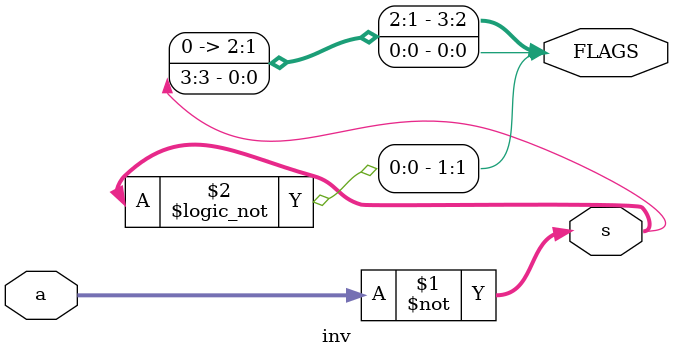
<source format=sv>

module inv #(parameter N=4)
				(
				input logic [N-1:0] a,
				output logic [N-1:0] s,
				output logic [3:0] FLAGS
				);
				
	assign s = ~a;
	
	// Setear Flags
	assign FLAGS[0] = s[N-1]; // N
	
	assign FLAGS[1] = !s; // Z
	
	assign FLAGS[2] = 1'b0; // C
	
	assign FLAGS[3] = 1'b0; // O
	
endmodule

</source>
